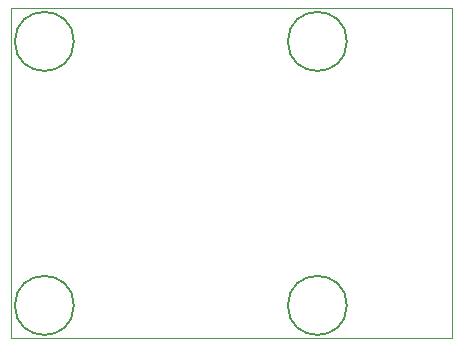
<source format=gbr>
G04 #@! TF.GenerationSoftware,KiCad,Pcbnew,5.1.10-88a1d61d58~88~ubuntu20.04.1*
G04 #@! TF.CreationDate,2021-05-19T20:40:34-06:00*
G04 #@! TF.ProjectId,CurrentSensorV1,43757272-656e-4745-9365-6e736f725631,rev?*
G04 #@! TF.SameCoordinates,Original*
G04 #@! TF.FileFunction,Other,Comment*
%FSLAX46Y46*%
G04 Gerber Fmt 4.6, Leading zero omitted, Abs format (unit mm)*
G04 Created by KiCad (PCBNEW 5.1.10-88a1d61d58~88~ubuntu20.04.1) date 2021-05-19 20:40:34*
%MOMM*%
%LPD*%
G01*
G04 APERTURE LIST*
G04 #@! TA.AperFunction,Profile*
%ADD10C,0.050000*%
G04 #@! TD*
%ADD11C,0.150000*%
G04 APERTURE END LIST*
D10*
X132842000Y-64008000D02*
X132842000Y-65278000D01*
X170180000Y-64008000D02*
X132842000Y-64008000D01*
X170180000Y-65278000D02*
X170180000Y-64008000D01*
X132842000Y-91948000D02*
X170180000Y-91948000D01*
X170180000Y-91948000D02*
X170180000Y-65278000D01*
X132842000Y-65278000D02*
X132842000Y-91948000D01*
D11*
G04 #@! TO.C,H2*
X161250000Y-66802000D02*
G75*
G03*
X161250000Y-66802000I-2500000J0D01*
G01*
G04 #@! TO.C,H1*
X138136000Y-66802000D02*
G75*
G03*
X138136000Y-66802000I-2500000J0D01*
G01*
G04 #@! TO.C,H3*
X161250000Y-89154000D02*
G75*
G03*
X161250000Y-89154000I-2500000J0D01*
G01*
G04 #@! TO.C,H4*
X138136000Y-89154000D02*
G75*
G03*
X138136000Y-89154000I-2500000J0D01*
G01*
G04 #@! TD*
M02*

</source>
